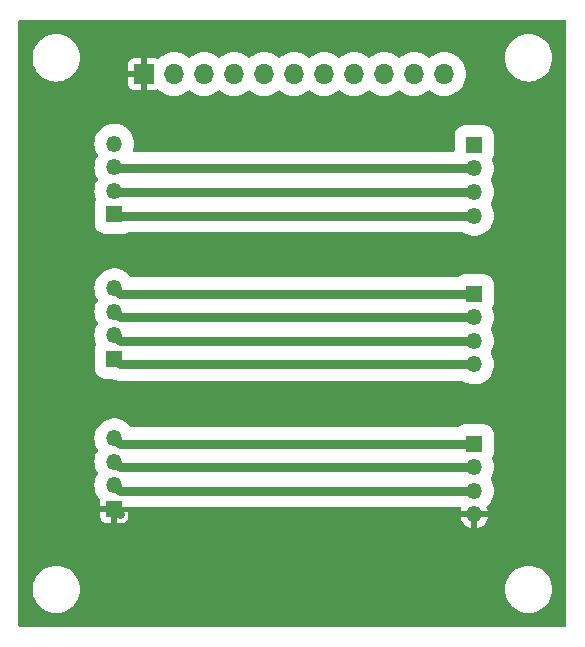
<source format=gtl>
G04 #@! TF.GenerationSoftware,KiCad,Pcbnew,(7.0.0-0)*
G04 #@! TF.CreationDate,2023-05-28T12:49:39+02:00*
G04 #@! TF.ProjectId,bms-breakout-board,626d732d-6272-4656-916b-6f75742d626f,rev?*
G04 #@! TF.SameCoordinates,Original*
G04 #@! TF.FileFunction,Copper,L1,Top*
G04 #@! TF.FilePolarity,Positive*
%FSLAX46Y46*%
G04 Gerber Fmt 4.6, Leading zero omitted, Abs format (unit mm)*
G04 Created by KiCad (PCBNEW (7.0.0-0)) date 2023-05-28 12:49:39*
%MOMM*%
%LPD*%
G01*
G04 APERTURE LIST*
G04 #@! TA.AperFunction,ComponentPad*
%ADD10R,1.350000X1.350000*%
G04 #@! TD*
G04 #@! TA.AperFunction,ComponentPad*
%ADD11O,1.350000X1.350000*%
G04 #@! TD*
G04 #@! TA.AperFunction,ComponentPad*
%ADD12O,1.700000X1.700000*%
G04 #@! TD*
G04 #@! TA.AperFunction,ComponentPad*
%ADD13R,1.700000X1.700000*%
G04 #@! TD*
G04 #@! TA.AperFunction,Conductor*
%ADD14C,0.760000*%
G04 #@! TD*
G04 APERTURE END LIST*
D10*
X88899999Y-108869999D03*
D11*
X88899999Y-110869999D03*
X88899999Y-112869999D03*
X88899999Y-114869999D03*
D10*
X88899999Y-121459999D03*
D11*
X88899999Y-123459999D03*
X88899999Y-125459999D03*
X88899999Y-127459999D03*
D12*
X86359999Y-102869999D03*
X83819999Y-102869999D03*
X81279999Y-102869999D03*
X78739999Y-102869999D03*
X76199999Y-102869999D03*
X73659999Y-102869999D03*
X71119999Y-102869999D03*
X68579999Y-102869999D03*
X66039999Y-102869999D03*
X63499999Y-102869999D03*
D13*
X60959999Y-102869999D03*
D10*
X58419999Y-139699999D03*
D11*
X58419999Y-137699999D03*
X58419999Y-135699999D03*
X58419999Y-133699999D03*
D10*
X58419999Y-126999999D03*
D11*
X58419999Y-124999999D03*
X58419999Y-122999999D03*
X58419999Y-120999999D03*
D10*
X58419999Y-114759999D03*
D11*
X58419999Y-112759999D03*
X58419999Y-110759999D03*
X58419999Y-108759999D03*
D10*
X88899999Y-134159999D03*
D11*
X88899999Y-136159999D03*
X88899999Y-138159999D03*
X88899999Y-140159999D03*
D14*
X58530000Y-110870000D02*
X58420000Y-110760000D01*
X88900000Y-110870000D02*
X58530000Y-110870000D01*
X88900000Y-112870000D02*
X58530000Y-112870000D01*
X58530000Y-112870000D02*
X58420000Y-112760000D01*
X88900000Y-114870000D02*
X58530000Y-114870000D01*
X58530000Y-114870000D02*
X58420000Y-114760000D01*
X58880000Y-121460000D02*
X58420000Y-121000000D01*
X88900000Y-121460000D02*
X58880000Y-121460000D01*
X58880000Y-123460000D02*
X58420000Y-123000000D01*
X88900000Y-123460000D02*
X58880000Y-123460000D01*
X88900000Y-125460000D02*
X58880000Y-125460000D01*
X58880000Y-125460000D02*
X58420000Y-125000000D01*
X88900000Y-127460000D02*
X58880000Y-127460000D01*
X58880000Y-127460000D02*
X58420000Y-127000000D01*
X58880000Y-134160000D02*
X58420000Y-133700000D01*
X88900000Y-134160000D02*
X58880000Y-134160000D01*
X88900000Y-136160000D02*
X58880000Y-136160000D01*
X58880000Y-136160000D02*
X58420000Y-135700000D01*
X58880000Y-138160000D02*
X58420000Y-137700000D01*
X88900000Y-138160000D02*
X58880000Y-138160000D01*
X58880000Y-140160000D02*
X58420000Y-139700000D01*
G04 #@! TA.AperFunction,Conductor*
G36*
X96637500Y-98317113D02*
G01*
X96682887Y-98362500D01*
X96699500Y-98424500D01*
X96699500Y-149575500D01*
X96682887Y-149637500D01*
X96637500Y-149682887D01*
X96575500Y-149699500D01*
X50424500Y-149699500D01*
X50362500Y-149682887D01*
X50317113Y-149637500D01*
X50300500Y-149575500D01*
X50300500Y-146500000D01*
X51494390Y-146500000D01*
X51494706Y-146504418D01*
X51514487Y-146781005D01*
X51514488Y-146781014D01*
X51514804Y-146785428D01*
X51515744Y-146789753D01*
X51515746Y-146789761D01*
X51551565Y-146954417D01*
X51575631Y-147065046D01*
X51577175Y-147069185D01*
X51577176Y-147069189D01*
X51613317Y-147166088D01*
X51675633Y-147333161D01*
X51677753Y-147337043D01*
X51677756Y-147337050D01*
X51782922Y-147529646D01*
X51812774Y-147584315D01*
X51984261Y-147813395D01*
X52186605Y-148015739D01*
X52415685Y-148187226D01*
X52666839Y-148324367D01*
X52934954Y-148424369D01*
X53214572Y-148485196D01*
X53500000Y-148505610D01*
X53785428Y-148485196D01*
X54065046Y-148424369D01*
X54333161Y-148324367D01*
X54584315Y-148187226D01*
X54813395Y-148015739D01*
X55015739Y-147813395D01*
X55187226Y-147584315D01*
X55324367Y-147333161D01*
X55424369Y-147065046D01*
X55485196Y-146785428D01*
X55505610Y-146500000D01*
X91494390Y-146500000D01*
X91494706Y-146504418D01*
X91514487Y-146781005D01*
X91514488Y-146781014D01*
X91514804Y-146785428D01*
X91515744Y-146789753D01*
X91515746Y-146789761D01*
X91551565Y-146954417D01*
X91575631Y-147065046D01*
X91577175Y-147069185D01*
X91577176Y-147069189D01*
X91613317Y-147166088D01*
X91675633Y-147333161D01*
X91677753Y-147337043D01*
X91677756Y-147337050D01*
X91782922Y-147529646D01*
X91812774Y-147584315D01*
X91984261Y-147813395D01*
X92186605Y-148015739D01*
X92415685Y-148187226D01*
X92666839Y-148324367D01*
X92934954Y-148424369D01*
X93214572Y-148485196D01*
X93500000Y-148505610D01*
X93785428Y-148485196D01*
X94065046Y-148424369D01*
X94333161Y-148324367D01*
X94584315Y-148187226D01*
X94813395Y-148015739D01*
X95015739Y-147813395D01*
X95187226Y-147584315D01*
X95324367Y-147333161D01*
X95424369Y-147065046D01*
X95485196Y-146785428D01*
X95505610Y-146500000D01*
X95485196Y-146214572D01*
X95424369Y-145934954D01*
X95324367Y-145666839D01*
X95187226Y-145415685D01*
X95015739Y-145186605D01*
X94813395Y-144984261D01*
X94584315Y-144812774D01*
X94580420Y-144810647D01*
X94337050Y-144677756D01*
X94337043Y-144677753D01*
X94333161Y-144675633D01*
X94329017Y-144674087D01*
X94329012Y-144674085D01*
X94069189Y-144577176D01*
X94069185Y-144577175D01*
X94065046Y-144575631D01*
X94035075Y-144569111D01*
X93789761Y-144515746D01*
X93789753Y-144515744D01*
X93785428Y-144514804D01*
X93781014Y-144514488D01*
X93781005Y-144514487D01*
X93504418Y-144494706D01*
X93500000Y-144494390D01*
X93495582Y-144494706D01*
X93218994Y-144514487D01*
X93218983Y-144514488D01*
X93214572Y-144514804D01*
X93210248Y-144515744D01*
X93210238Y-144515746D01*
X92939279Y-144574690D01*
X92939276Y-144574690D01*
X92934954Y-144575631D01*
X92930818Y-144577173D01*
X92930810Y-144577176D01*
X92670987Y-144674085D01*
X92670976Y-144674089D01*
X92666839Y-144675633D01*
X92662961Y-144677750D01*
X92662949Y-144677756D01*
X92419579Y-144810647D01*
X92419571Y-144810651D01*
X92415685Y-144812774D01*
X92412135Y-144815431D01*
X92412131Y-144815434D01*
X92190156Y-144981602D01*
X92190149Y-144981607D01*
X92186605Y-144984261D01*
X92183474Y-144987391D01*
X92183467Y-144987398D01*
X91987398Y-145183467D01*
X91987391Y-145183474D01*
X91984261Y-145186605D01*
X91981607Y-145190149D01*
X91981602Y-145190156D01*
X91960478Y-145218375D01*
X91812774Y-145415685D01*
X91810651Y-145419571D01*
X91810647Y-145419579D01*
X91677756Y-145662949D01*
X91677750Y-145662961D01*
X91675633Y-145666839D01*
X91674089Y-145670976D01*
X91674085Y-145670987D01*
X91577176Y-145930810D01*
X91577173Y-145930818D01*
X91575631Y-145934954D01*
X91574690Y-145939276D01*
X91574690Y-145939279D01*
X91515746Y-146210238D01*
X91515744Y-146210248D01*
X91514804Y-146214572D01*
X91514488Y-146218983D01*
X91514487Y-146218994D01*
X91495272Y-146487654D01*
X91494390Y-146500000D01*
X55505610Y-146500000D01*
X55485196Y-146214572D01*
X55424369Y-145934954D01*
X55324367Y-145666839D01*
X55187226Y-145415685D01*
X55015739Y-145186605D01*
X54813395Y-144984261D01*
X54584315Y-144812774D01*
X54580420Y-144810647D01*
X54337050Y-144677756D01*
X54337043Y-144677753D01*
X54333161Y-144675633D01*
X54329017Y-144674087D01*
X54329012Y-144674085D01*
X54069189Y-144577176D01*
X54069185Y-144577175D01*
X54065046Y-144575631D01*
X54035075Y-144569111D01*
X53789761Y-144515746D01*
X53789753Y-144515744D01*
X53785428Y-144514804D01*
X53781014Y-144514488D01*
X53781005Y-144514487D01*
X53504418Y-144494706D01*
X53500000Y-144494390D01*
X53495582Y-144494706D01*
X53218994Y-144514487D01*
X53218983Y-144514488D01*
X53214572Y-144514804D01*
X53210248Y-144515744D01*
X53210238Y-144515746D01*
X52939279Y-144574690D01*
X52939276Y-144574690D01*
X52934954Y-144575631D01*
X52930818Y-144577173D01*
X52930810Y-144577176D01*
X52670987Y-144674085D01*
X52670976Y-144674089D01*
X52666839Y-144675633D01*
X52662961Y-144677750D01*
X52662949Y-144677756D01*
X52419579Y-144810647D01*
X52419571Y-144810651D01*
X52415685Y-144812774D01*
X52412135Y-144815431D01*
X52412131Y-144815434D01*
X52190156Y-144981602D01*
X52190149Y-144981607D01*
X52186605Y-144984261D01*
X52183474Y-144987391D01*
X52183467Y-144987398D01*
X51987398Y-145183467D01*
X51987391Y-145183474D01*
X51984261Y-145186605D01*
X51981607Y-145190149D01*
X51981602Y-145190156D01*
X51960478Y-145218375D01*
X51812774Y-145415685D01*
X51810651Y-145419571D01*
X51810647Y-145419579D01*
X51677756Y-145662949D01*
X51677750Y-145662961D01*
X51675633Y-145666839D01*
X51674089Y-145670976D01*
X51674085Y-145670987D01*
X51577176Y-145930810D01*
X51577173Y-145930818D01*
X51575631Y-145934954D01*
X51574690Y-145939276D01*
X51574690Y-145939279D01*
X51515746Y-146210238D01*
X51515744Y-146210248D01*
X51514804Y-146214572D01*
X51514488Y-146218983D01*
X51514487Y-146218994D01*
X51495272Y-146487654D01*
X51494390Y-146500000D01*
X50300500Y-146500000D01*
X50300500Y-140419518D01*
X57245000Y-140419518D01*
X57245353Y-140426114D01*
X57250573Y-140474667D01*
X57254111Y-140489641D01*
X57298547Y-140608777D01*
X57306962Y-140624189D01*
X57382498Y-140725092D01*
X57394907Y-140737501D01*
X57495810Y-140813037D01*
X57511222Y-140821452D01*
X57630358Y-140865888D01*
X57645332Y-140869426D01*
X57693885Y-140874646D01*
X57700482Y-140875000D01*
X58153674Y-140875000D01*
X58166549Y-140871549D01*
X58170000Y-140858674D01*
X58670000Y-140858674D01*
X58673450Y-140871549D01*
X58686326Y-140875000D01*
X59139518Y-140875000D01*
X59146114Y-140874646D01*
X59194667Y-140869426D01*
X59209641Y-140865888D01*
X59328777Y-140821452D01*
X59344189Y-140813037D01*
X59445092Y-140737501D01*
X59457501Y-140725092D01*
X59533037Y-140624189D01*
X59541452Y-140608777D01*
X59585888Y-140489641D01*
X59589426Y-140474667D01*
X59594646Y-140426114D01*
X59595000Y-140419518D01*
X59595000Y-140412579D01*
X87752911Y-140412579D01*
X87753432Y-140423838D01*
X87798080Y-140580757D01*
X87802208Y-140591413D01*
X87894160Y-140776078D01*
X87900169Y-140785782D01*
X88024487Y-140950406D01*
X88032181Y-140958847D01*
X88184635Y-141097826D01*
X88193740Y-141104702D01*
X88369140Y-141213305D01*
X88379362Y-141218395D01*
X88571714Y-141292913D01*
X88582708Y-141296041D01*
X88636570Y-141306109D01*
X88647598Y-141305727D01*
X88650000Y-141294960D01*
X89150000Y-141294960D01*
X89152401Y-141305727D01*
X89163429Y-141306109D01*
X89217291Y-141296041D01*
X89228285Y-141292913D01*
X89420637Y-141218395D01*
X89430859Y-141213305D01*
X89606259Y-141104702D01*
X89615364Y-141097826D01*
X89767818Y-140958847D01*
X89775512Y-140950406D01*
X89899830Y-140785782D01*
X89905839Y-140776078D01*
X89997791Y-140591413D01*
X90001919Y-140580757D01*
X90046567Y-140423838D01*
X90047088Y-140412579D01*
X90036120Y-140410000D01*
X89166326Y-140410000D01*
X89153450Y-140413450D01*
X89150000Y-140426326D01*
X89150000Y-141294960D01*
X88650000Y-141294960D01*
X88650000Y-140426326D01*
X88646549Y-140413450D01*
X88633674Y-140410000D01*
X87763880Y-140410000D01*
X87752911Y-140412579D01*
X59595000Y-140412579D01*
X59595000Y-139966326D01*
X59591549Y-139953450D01*
X59578674Y-139950000D01*
X58686326Y-139950000D01*
X58673450Y-139953450D01*
X58670000Y-139966326D01*
X58670000Y-140858674D01*
X58170000Y-140858674D01*
X58170000Y-139966326D01*
X58166549Y-139953450D01*
X58153674Y-139950000D01*
X57261326Y-139950000D01*
X57248450Y-139953450D01*
X57245000Y-139966326D01*
X57245000Y-140419518D01*
X50300500Y-140419518D01*
X50300500Y-137700000D01*
X56739802Y-137700000D01*
X56740149Y-137704631D01*
X56755168Y-137905059D01*
X56758568Y-137950421D01*
X56814448Y-138195247D01*
X56816143Y-138199565D01*
X56816144Y-138199569D01*
X56904496Y-138424686D01*
X56904499Y-138424692D01*
X56906194Y-138429011D01*
X56908512Y-138433026D01*
X56908515Y-138433032D01*
X56979404Y-138555814D01*
X57031755Y-138646489D01*
X57042186Y-138659569D01*
X57185434Y-138839197D01*
X57185439Y-138839202D01*
X57188328Y-138842825D01*
X57207395Y-138860516D01*
X57239198Y-138907981D01*
X57246344Y-138964669D01*
X57245353Y-138973883D01*
X57245000Y-138980482D01*
X57245000Y-139433674D01*
X57248450Y-139446549D01*
X57261326Y-139450000D01*
X58365755Y-139450000D01*
X58409536Y-139457986D01*
X58502507Y-139493073D01*
X58507878Y-139494111D01*
X58507920Y-139494120D01*
X58525688Y-139498948D01*
X58530887Y-139500785D01*
X58631017Y-139517953D01*
X58633481Y-139518403D01*
X58733226Y-139537695D01*
X58738723Y-139537811D01*
X58757065Y-139539567D01*
X58762502Y-139540500D01*
X58864034Y-139540500D01*
X58866665Y-139540527D01*
X58968170Y-139542683D01*
X58973520Y-139541882D01*
X58973629Y-139541866D01*
X58991986Y-139540500D01*
X87695598Y-139540500D01*
X87755937Y-139556171D01*
X87801025Y-139599223D01*
X87819466Y-139658774D01*
X87806598Y-139719773D01*
X87802206Y-139728591D01*
X87798080Y-139739242D01*
X87753432Y-139896161D01*
X87752911Y-139907420D01*
X87763880Y-139910000D01*
X90036120Y-139910000D01*
X90047088Y-139907420D01*
X90046567Y-139896161D01*
X90001919Y-139739242D01*
X89997791Y-139728586D01*
X89936450Y-139605397D01*
X89923521Y-139554307D01*
X89932976Y-139502462D01*
X89963103Y-139459233D01*
X90131672Y-139302825D01*
X90288245Y-139106489D01*
X90413806Y-138889011D01*
X90505552Y-138655247D01*
X90561432Y-138410421D01*
X90580198Y-138160000D01*
X90561432Y-137909579D01*
X90505552Y-137664753D01*
X90413806Y-137430989D01*
X90293145Y-137221999D01*
X90276533Y-137160000D01*
X90293146Y-137098000D01*
X90413806Y-136889011D01*
X90505552Y-136655247D01*
X90561432Y-136410421D01*
X90580198Y-136160000D01*
X90561432Y-135909579D01*
X90505552Y-135664753D01*
X90425295Y-135460264D01*
X90416903Y-135408309D01*
X90430814Y-135357554D01*
X90508909Y-135208049D01*
X90564886Y-135012418D01*
X90575500Y-134893037D01*
X90575499Y-133426964D01*
X90564886Y-133307582D01*
X90508909Y-133111951D01*
X90414698Y-132931593D01*
X90286109Y-132773891D01*
X90128407Y-132645302D01*
X90122833Y-132642390D01*
X90122831Y-132642389D01*
X90038227Y-132598196D01*
X89948049Y-132551091D01*
X89942004Y-132549361D01*
X89942001Y-132549360D01*
X89758080Y-132496734D01*
X89758079Y-132496733D01*
X89752418Y-132495114D01*
X89746552Y-132494592D01*
X89746550Y-132494592D01*
X89635767Y-132484742D01*
X89635750Y-132484741D01*
X89633037Y-132484500D01*
X89630293Y-132484500D01*
X88169707Y-132484500D01*
X88169684Y-132484500D01*
X88166964Y-132484501D01*
X88164251Y-132484742D01*
X88164232Y-132484743D01*
X88053448Y-132494592D01*
X88053442Y-132494592D01*
X88047582Y-132495114D01*
X88041930Y-132496730D01*
X88041920Y-132496733D01*
X87857998Y-132549360D01*
X87857991Y-132549362D01*
X87851951Y-132551091D01*
X87846375Y-132554003D01*
X87846374Y-132554004D01*
X87677168Y-132642389D01*
X87677161Y-132642393D01*
X87671593Y-132645302D01*
X87666724Y-132649271D01*
X87666718Y-132649276D01*
X87541226Y-132751602D01*
X87504454Y-132772317D01*
X87462865Y-132779500D01*
X59888686Y-132779500D01*
X59834884Y-132767220D01*
X59791739Y-132732813D01*
X59654564Y-132560802D01*
X59651672Y-132557175D01*
X59467586Y-132386368D01*
X59463757Y-132383757D01*
X59463754Y-132383755D01*
X59357693Y-132311444D01*
X59260099Y-132244906D01*
X59255913Y-132242890D01*
X59038024Y-132137960D01*
X59038018Y-132137957D01*
X59033845Y-132135948D01*
X59029423Y-132134584D01*
X59029413Y-132134580D01*
X58798309Y-132063294D01*
X58798303Y-132063292D01*
X58793879Y-132061928D01*
X58789302Y-132061238D01*
X58789293Y-132061236D01*
X58550146Y-132025191D01*
X58550144Y-132025190D01*
X58545561Y-132024500D01*
X58294439Y-132024500D01*
X58289856Y-132025190D01*
X58289853Y-132025191D01*
X58050706Y-132061236D01*
X58050694Y-132061238D01*
X58046121Y-132061928D01*
X58041699Y-132063291D01*
X58041690Y-132063294D01*
X57810586Y-132134580D01*
X57810571Y-132134585D01*
X57806155Y-132135948D01*
X57801985Y-132137955D01*
X57801975Y-132137960D01*
X57584086Y-132242890D01*
X57584079Y-132242893D01*
X57579901Y-132244906D01*
X57576068Y-132247519D01*
X57576065Y-132247521D01*
X57376245Y-132383755D01*
X57376235Y-132383762D01*
X57372414Y-132386368D01*
X57369018Y-132389518D01*
X57369008Y-132389527D01*
X57191732Y-132554016D01*
X57191728Y-132554019D01*
X57188328Y-132557175D01*
X57185438Y-132560797D01*
X57185435Y-132560802D01*
X57048261Y-132732813D01*
X57031755Y-132753511D01*
X57029436Y-132757527D01*
X57029435Y-132757529D01*
X56908515Y-132966967D01*
X56908509Y-132966978D01*
X56906194Y-132970989D01*
X56904501Y-132975302D01*
X56904496Y-132975313D01*
X56816144Y-133200430D01*
X56816141Y-133200437D01*
X56814448Y-133204753D01*
X56813416Y-133209271D01*
X56813415Y-133209277D01*
X56759599Y-133445059D01*
X56759597Y-133445067D01*
X56758568Y-133449579D01*
X56739802Y-133700000D01*
X56758568Y-133950421D01*
X56814448Y-134195247D01*
X56816143Y-134199565D01*
X56816144Y-134199569D01*
X56904496Y-134424686D01*
X56904499Y-134424692D01*
X56906194Y-134429011D01*
X56908512Y-134433026D01*
X56908515Y-134433032D01*
X57026853Y-134638000D01*
X57043466Y-134700000D01*
X57026853Y-134762000D01*
X56908515Y-134966967D01*
X56908509Y-134966978D01*
X56906194Y-134970989D01*
X56904501Y-134975302D01*
X56904496Y-134975313D01*
X56816144Y-135200430D01*
X56816141Y-135200437D01*
X56814448Y-135204753D01*
X56813416Y-135209271D01*
X56813415Y-135209277D01*
X56759599Y-135445059D01*
X56759597Y-135445067D01*
X56758568Y-135449579D01*
X56739802Y-135700000D01*
X56740149Y-135704631D01*
X56755168Y-135905059D01*
X56758568Y-135950421D01*
X56814448Y-136195247D01*
X56816143Y-136199565D01*
X56816144Y-136199569D01*
X56904496Y-136424686D01*
X56904499Y-136424692D01*
X56906194Y-136429011D01*
X56908512Y-136433026D01*
X56908515Y-136433032D01*
X57026853Y-136637999D01*
X57043466Y-136699999D01*
X57026853Y-136761998D01*
X56908518Y-136966961D01*
X56908510Y-136966977D01*
X56906194Y-136970989D01*
X56904501Y-136975302D01*
X56904496Y-136975313D01*
X56816144Y-137200430D01*
X56816141Y-137200437D01*
X56814448Y-137204753D01*
X56813416Y-137209271D01*
X56813415Y-137209277D01*
X56759599Y-137445059D01*
X56759597Y-137445067D01*
X56758568Y-137449579D01*
X56739802Y-137700000D01*
X50300500Y-137700000D01*
X50300500Y-125000000D01*
X56739802Y-125000000D01*
X56740149Y-125004631D01*
X56755168Y-125205059D01*
X56758568Y-125250421D01*
X56814448Y-125495247D01*
X56816143Y-125499565D01*
X56816144Y-125499569D01*
X56894703Y-125699734D01*
X56903096Y-125751690D01*
X56889184Y-125802447D01*
X56814004Y-125946373D01*
X56814001Y-125946378D01*
X56811091Y-125951951D01*
X56809362Y-125957991D01*
X56809360Y-125957998D01*
X56756734Y-126141919D01*
X56755114Y-126147582D01*
X56754592Y-126153445D01*
X56754592Y-126153449D01*
X56744742Y-126264232D01*
X56744741Y-126264250D01*
X56744500Y-126266963D01*
X56744500Y-126269705D01*
X56744500Y-126269706D01*
X56744500Y-127730292D01*
X56744500Y-127730314D01*
X56744501Y-127733036D01*
X56744742Y-127735749D01*
X56744743Y-127735767D01*
X56754592Y-127846551D01*
X56755114Y-127852418D01*
X56756731Y-127858070D01*
X56756733Y-127858079D01*
X56809360Y-128042001D01*
X56811091Y-128048049D01*
X56814004Y-128053625D01*
X56886823Y-128193032D01*
X56905302Y-128228407D01*
X57033891Y-128386109D01*
X57191593Y-128514698D01*
X57371951Y-128608909D01*
X57567582Y-128664886D01*
X57686963Y-128675500D01*
X58189985Y-128675499D01*
X58252743Y-128692553D01*
X58282646Y-128710101D01*
X58287801Y-128712046D01*
X58304501Y-128719809D01*
X58309315Y-128722499D01*
X58405088Y-128756337D01*
X58407473Y-128757208D01*
X58502507Y-128793073D01*
X58507878Y-128794111D01*
X58507920Y-128794120D01*
X58525688Y-128798948D01*
X58530887Y-128800785D01*
X58631017Y-128817953D01*
X58633481Y-128818403D01*
X58733226Y-128837695D01*
X58738723Y-128837811D01*
X58757065Y-128839567D01*
X58762502Y-128840500D01*
X58864034Y-128840500D01*
X58866665Y-128840527D01*
X58968170Y-128842683D01*
X58973520Y-128841882D01*
X58973629Y-128841866D01*
X58991986Y-128840500D01*
X87912242Y-128840500D01*
X87948792Y-128846009D01*
X87982094Y-128862046D01*
X88059901Y-128915094D01*
X88286155Y-129024052D01*
X88290583Y-129025418D01*
X88290586Y-129025419D01*
X88406138Y-129061062D01*
X88526121Y-129098072D01*
X88774439Y-129135500D01*
X89020924Y-129135500D01*
X89025561Y-129135500D01*
X89273879Y-129098072D01*
X89513845Y-129024052D01*
X89740099Y-128915094D01*
X89947586Y-128773632D01*
X90131672Y-128602825D01*
X90288245Y-128406489D01*
X90413806Y-128189011D01*
X90505552Y-127955247D01*
X90561432Y-127710421D01*
X90580198Y-127460000D01*
X90561432Y-127209579D01*
X90505552Y-126964753D01*
X90413806Y-126730989D01*
X90293145Y-126521999D01*
X90276533Y-126460000D01*
X90293146Y-126398000D01*
X90413806Y-126189011D01*
X90505552Y-125955247D01*
X90561432Y-125710421D01*
X90580198Y-125460000D01*
X90561432Y-125209579D01*
X90505552Y-124964753D01*
X90413806Y-124730989D01*
X90293145Y-124521999D01*
X90276533Y-124460000D01*
X90293146Y-124398000D01*
X90413806Y-124189011D01*
X90505552Y-123955247D01*
X90561432Y-123710421D01*
X90580198Y-123460000D01*
X90561432Y-123209579D01*
X90505552Y-122964753D01*
X90425295Y-122760264D01*
X90416903Y-122708309D01*
X90430814Y-122657554D01*
X90508909Y-122508049D01*
X90564886Y-122312418D01*
X90575500Y-122193037D01*
X90575499Y-120726964D01*
X90564886Y-120607582D01*
X90508909Y-120411951D01*
X90414698Y-120231593D01*
X90286109Y-120073891D01*
X90128407Y-119945302D01*
X90122833Y-119942390D01*
X90122831Y-119942389D01*
X90038228Y-119898196D01*
X89948049Y-119851091D01*
X89942004Y-119849361D01*
X89942001Y-119849360D01*
X89758080Y-119796734D01*
X89758079Y-119796733D01*
X89752418Y-119795114D01*
X89746552Y-119794592D01*
X89746550Y-119794592D01*
X89635767Y-119784742D01*
X89635750Y-119784741D01*
X89633037Y-119784500D01*
X89630293Y-119784500D01*
X88169707Y-119784500D01*
X88169684Y-119784500D01*
X88166964Y-119784501D01*
X88164251Y-119784742D01*
X88164232Y-119784743D01*
X88053448Y-119794592D01*
X88053442Y-119794592D01*
X88047582Y-119795114D01*
X88041930Y-119796730D01*
X88041920Y-119796733D01*
X87857998Y-119849360D01*
X87857991Y-119849362D01*
X87851951Y-119851091D01*
X87846375Y-119854003D01*
X87846374Y-119854004D01*
X87677168Y-119942389D01*
X87677161Y-119942393D01*
X87671593Y-119945302D01*
X87666724Y-119949271D01*
X87666718Y-119949276D01*
X87541226Y-120051602D01*
X87504454Y-120072317D01*
X87462865Y-120079500D01*
X59888686Y-120079500D01*
X59834884Y-120067220D01*
X59791739Y-120032813D01*
X59654564Y-119860802D01*
X59651672Y-119857175D01*
X59467586Y-119686368D01*
X59463757Y-119683757D01*
X59463754Y-119683755D01*
X59357693Y-119611444D01*
X59260099Y-119544906D01*
X59255913Y-119542890D01*
X59038024Y-119437960D01*
X59038018Y-119437957D01*
X59033845Y-119435948D01*
X59029423Y-119434584D01*
X59029413Y-119434580D01*
X58798309Y-119363294D01*
X58798303Y-119363292D01*
X58793879Y-119361928D01*
X58789302Y-119361238D01*
X58789293Y-119361236D01*
X58550146Y-119325191D01*
X58550144Y-119325190D01*
X58545561Y-119324500D01*
X58294439Y-119324500D01*
X58289856Y-119325190D01*
X58289853Y-119325191D01*
X58050706Y-119361236D01*
X58050694Y-119361238D01*
X58046121Y-119361928D01*
X58041699Y-119363291D01*
X58041690Y-119363294D01*
X57810586Y-119434580D01*
X57810571Y-119434585D01*
X57806155Y-119435948D01*
X57801985Y-119437955D01*
X57801975Y-119437960D01*
X57584086Y-119542890D01*
X57584079Y-119542893D01*
X57579901Y-119544906D01*
X57576068Y-119547519D01*
X57576065Y-119547521D01*
X57376245Y-119683755D01*
X57376235Y-119683762D01*
X57372414Y-119686368D01*
X57369018Y-119689518D01*
X57369008Y-119689527D01*
X57191732Y-119854016D01*
X57191728Y-119854019D01*
X57188328Y-119857175D01*
X57185438Y-119860797D01*
X57185435Y-119860802D01*
X57048261Y-120032813D01*
X57031755Y-120053511D01*
X57029436Y-120057527D01*
X57029435Y-120057529D01*
X56908515Y-120266967D01*
X56908509Y-120266978D01*
X56906194Y-120270989D01*
X56904501Y-120275302D01*
X56904496Y-120275313D01*
X56816144Y-120500430D01*
X56816141Y-120500437D01*
X56814448Y-120504753D01*
X56813416Y-120509271D01*
X56813415Y-120509277D01*
X56759599Y-120745059D01*
X56759597Y-120745067D01*
X56758568Y-120749579D01*
X56739802Y-121000000D01*
X56758568Y-121250421D01*
X56814448Y-121495247D01*
X56816143Y-121499565D01*
X56816144Y-121499569D01*
X56904496Y-121724686D01*
X56904499Y-121724692D01*
X56906194Y-121729011D01*
X56908512Y-121733026D01*
X56908515Y-121733032D01*
X57026853Y-121938000D01*
X57043466Y-122000000D01*
X57026853Y-122062000D01*
X56908515Y-122266967D01*
X56908509Y-122266978D01*
X56906194Y-122270989D01*
X56904501Y-122275302D01*
X56904496Y-122275313D01*
X56816144Y-122500430D01*
X56816141Y-122500437D01*
X56814448Y-122504753D01*
X56813416Y-122509271D01*
X56813415Y-122509277D01*
X56759599Y-122745059D01*
X56759597Y-122745067D01*
X56758568Y-122749579D01*
X56739802Y-123000000D01*
X56740149Y-123004631D01*
X56755168Y-123205059D01*
X56758568Y-123250421D01*
X56814448Y-123495247D01*
X56816143Y-123499565D01*
X56816144Y-123499569D01*
X56904496Y-123724686D01*
X56904499Y-123724692D01*
X56906194Y-123729011D01*
X56908512Y-123733026D01*
X56908515Y-123733032D01*
X57026853Y-123938000D01*
X57043466Y-124000000D01*
X57026853Y-124062000D01*
X56908515Y-124266967D01*
X56908509Y-124266978D01*
X56906194Y-124270989D01*
X56904501Y-124275302D01*
X56904496Y-124275313D01*
X56816144Y-124500430D01*
X56816141Y-124500437D01*
X56814448Y-124504753D01*
X56813416Y-124509271D01*
X56813415Y-124509277D01*
X56759599Y-124745059D01*
X56759597Y-124745067D01*
X56758568Y-124749579D01*
X56739802Y-125000000D01*
X50300500Y-125000000D01*
X50300500Y-112760000D01*
X56739802Y-112760000D01*
X56758568Y-113010421D01*
X56759598Y-113014934D01*
X56759599Y-113014940D01*
X56784706Y-113124940D01*
X56814448Y-113255247D01*
X56816143Y-113259565D01*
X56816144Y-113259569D01*
X56894703Y-113459734D01*
X56903096Y-113511690D01*
X56889184Y-113562447D01*
X56814004Y-113706373D01*
X56814001Y-113706378D01*
X56811091Y-113711951D01*
X56809362Y-113717991D01*
X56809360Y-113717998D01*
X56756734Y-113901919D01*
X56755114Y-113907582D01*
X56754592Y-113913445D01*
X56754592Y-113913449D01*
X56744742Y-114024232D01*
X56744741Y-114024250D01*
X56744500Y-114026963D01*
X56744500Y-114029705D01*
X56744500Y-114029706D01*
X56744500Y-115490292D01*
X56744500Y-115490314D01*
X56744501Y-115493036D01*
X56744742Y-115495749D01*
X56744743Y-115495767D01*
X56754592Y-115606551D01*
X56755114Y-115612418D01*
X56756731Y-115618070D01*
X56756733Y-115618079D01*
X56809360Y-115802001D01*
X56811091Y-115808049D01*
X56905302Y-115988407D01*
X57033891Y-116146109D01*
X57191593Y-116274698D01*
X57371951Y-116368909D01*
X57567582Y-116424886D01*
X57686963Y-116435500D01*
X59153036Y-116435499D01*
X59272418Y-116424886D01*
X59468049Y-116368909D01*
X59648407Y-116274698D01*
X59653079Y-116270887D01*
X59685535Y-116255726D01*
X59721154Y-116250500D01*
X87912242Y-116250500D01*
X87948792Y-116256009D01*
X87982094Y-116272046D01*
X88059901Y-116325094D01*
X88286155Y-116434052D01*
X88290583Y-116435418D01*
X88290586Y-116435419D01*
X88290849Y-116435500D01*
X88526121Y-116508072D01*
X88774439Y-116545500D01*
X89020924Y-116545500D01*
X89025561Y-116545500D01*
X89273879Y-116508072D01*
X89513845Y-116434052D01*
X89740099Y-116325094D01*
X89947586Y-116183632D01*
X90131672Y-116012825D01*
X90288245Y-115816489D01*
X90413806Y-115599011D01*
X90505552Y-115365247D01*
X90561432Y-115120421D01*
X90580198Y-114870000D01*
X90561432Y-114619579D01*
X90505552Y-114374753D01*
X90413806Y-114140989D01*
X90293145Y-113931999D01*
X90276533Y-113870000D01*
X90293146Y-113808000D01*
X90348600Y-113711951D01*
X90413806Y-113599011D01*
X90505552Y-113365247D01*
X90561432Y-113120421D01*
X90580198Y-112870000D01*
X90561432Y-112619579D01*
X90505552Y-112374753D01*
X90413806Y-112140989D01*
X90293145Y-111931999D01*
X90276533Y-111870000D01*
X90293146Y-111808000D01*
X90320859Y-111760000D01*
X90413806Y-111599011D01*
X90505552Y-111365247D01*
X90561432Y-111120421D01*
X90580198Y-110870000D01*
X90561432Y-110619579D01*
X90505552Y-110374753D01*
X90425295Y-110170264D01*
X90416903Y-110118309D01*
X90430814Y-110067554D01*
X90508909Y-109918049D01*
X90564886Y-109722418D01*
X90575500Y-109603037D01*
X90575499Y-108136964D01*
X90564886Y-108017582D01*
X90508909Y-107821951D01*
X90414698Y-107641593D01*
X90286109Y-107483891D01*
X90128407Y-107355302D01*
X90122833Y-107352390D01*
X90122831Y-107352389D01*
X90028069Y-107302890D01*
X89948049Y-107261091D01*
X89942004Y-107259361D01*
X89942001Y-107259360D01*
X89758080Y-107206734D01*
X89758079Y-107206733D01*
X89752418Y-107205114D01*
X89746552Y-107204592D01*
X89746550Y-107204592D01*
X89635767Y-107194742D01*
X89635750Y-107194741D01*
X89633037Y-107194500D01*
X89630293Y-107194500D01*
X88169707Y-107194500D01*
X88169684Y-107194500D01*
X88166964Y-107194501D01*
X88164251Y-107194742D01*
X88164232Y-107194743D01*
X88053448Y-107204592D01*
X88053442Y-107204592D01*
X88047582Y-107205114D01*
X88041930Y-107206730D01*
X88041920Y-107206733D01*
X87857998Y-107259360D01*
X87857991Y-107259362D01*
X87851951Y-107261091D01*
X87846375Y-107264003D01*
X87846374Y-107264004D01*
X87677168Y-107352389D01*
X87677161Y-107352393D01*
X87671593Y-107355302D01*
X87666724Y-107359271D01*
X87666718Y-107359276D01*
X87518760Y-107479920D01*
X87518755Y-107479924D01*
X87513891Y-107483891D01*
X87509924Y-107488755D01*
X87509920Y-107488760D01*
X87389276Y-107636718D01*
X87389271Y-107636724D01*
X87385302Y-107641593D01*
X87382393Y-107647161D01*
X87382389Y-107647168D01*
X87294004Y-107816374D01*
X87291091Y-107821951D01*
X87289362Y-107827991D01*
X87289360Y-107827998D01*
X87236734Y-108011919D01*
X87235114Y-108017582D01*
X87234592Y-108023445D01*
X87234592Y-108023449D01*
X87224742Y-108134232D01*
X87224741Y-108134250D01*
X87224500Y-108136963D01*
X87224500Y-108764631D01*
X87224501Y-109365500D01*
X87207888Y-109427500D01*
X87162501Y-109472887D01*
X87100501Y-109489500D01*
X60115489Y-109489500D01*
X60057548Y-109475130D01*
X60013036Y-109435352D01*
X59992269Y-109379384D01*
X60000059Y-109320199D01*
X60025552Y-109255247D01*
X60081432Y-109010421D01*
X60100198Y-108760000D01*
X60081432Y-108509579D01*
X60025552Y-108264753D01*
X59933806Y-108030989D01*
X59926065Y-108017582D01*
X59917580Y-108002885D01*
X59808245Y-107813511D01*
X59651672Y-107617175D01*
X59508026Y-107483891D01*
X59470991Y-107449527D01*
X59470988Y-107449524D01*
X59467586Y-107446368D01*
X59463757Y-107443757D01*
X59463754Y-107443755D01*
X59329744Y-107352389D01*
X59260099Y-107304906D01*
X59255913Y-107302890D01*
X59038024Y-107197960D01*
X59038018Y-107197957D01*
X59033845Y-107195948D01*
X59029423Y-107194584D01*
X59029413Y-107194580D01*
X58798309Y-107123294D01*
X58798303Y-107123292D01*
X58793879Y-107121928D01*
X58789302Y-107121238D01*
X58789293Y-107121236D01*
X58550146Y-107085191D01*
X58550144Y-107085190D01*
X58545561Y-107084500D01*
X58294439Y-107084500D01*
X58289856Y-107085190D01*
X58289853Y-107085191D01*
X58050706Y-107121236D01*
X58050694Y-107121238D01*
X58046121Y-107121928D01*
X58041699Y-107123291D01*
X58041690Y-107123294D01*
X57810586Y-107194580D01*
X57810571Y-107194585D01*
X57806155Y-107195948D01*
X57801985Y-107197955D01*
X57801975Y-107197960D01*
X57584086Y-107302890D01*
X57584079Y-107302893D01*
X57579901Y-107304906D01*
X57576068Y-107307519D01*
X57576065Y-107307521D01*
X57376245Y-107443755D01*
X57376235Y-107443762D01*
X57372414Y-107446368D01*
X57369018Y-107449518D01*
X57369008Y-107449527D01*
X57191732Y-107614016D01*
X57191728Y-107614019D01*
X57188328Y-107617175D01*
X57185438Y-107620797D01*
X57185435Y-107620802D01*
X57168855Y-107641593D01*
X57031755Y-107813511D01*
X57029436Y-107817527D01*
X57029435Y-107817529D01*
X56908515Y-108026967D01*
X56908509Y-108026978D01*
X56906194Y-108030989D01*
X56904501Y-108035302D01*
X56904496Y-108035313D01*
X56816144Y-108260430D01*
X56816141Y-108260437D01*
X56814448Y-108264753D01*
X56813416Y-108269271D01*
X56813415Y-108269277D01*
X56759599Y-108505059D01*
X56759597Y-108505067D01*
X56758568Y-108509579D01*
X56739802Y-108760000D01*
X56758568Y-109010421D01*
X56814448Y-109255247D01*
X56816143Y-109259565D01*
X56816144Y-109259569D01*
X56904496Y-109484686D01*
X56904499Y-109484692D01*
X56906194Y-109489011D01*
X56908512Y-109493026D01*
X56908515Y-109493032D01*
X57026853Y-109698000D01*
X57043466Y-109760000D01*
X57026853Y-109822000D01*
X56908515Y-110026967D01*
X56908509Y-110026978D01*
X56906194Y-110030989D01*
X56904501Y-110035302D01*
X56904496Y-110035313D01*
X56816144Y-110260430D01*
X56816141Y-110260437D01*
X56814448Y-110264753D01*
X56813416Y-110269271D01*
X56813415Y-110269277D01*
X56759599Y-110505059D01*
X56759597Y-110505067D01*
X56758568Y-110509579D01*
X56758221Y-110514198D01*
X56758221Y-110514204D01*
X56750325Y-110619579D01*
X56739802Y-110760000D01*
X56758568Y-111010421D01*
X56759598Y-111014934D01*
X56759599Y-111014940D01*
X56784706Y-111124940D01*
X56814448Y-111255247D01*
X56816143Y-111259565D01*
X56816144Y-111259569D01*
X56904496Y-111484686D01*
X56904499Y-111484692D01*
X56906194Y-111489011D01*
X56908512Y-111493026D01*
X56908515Y-111493032D01*
X57026853Y-111698000D01*
X57043466Y-111760000D01*
X57026853Y-111822000D01*
X56908515Y-112026967D01*
X56908509Y-112026978D01*
X56906194Y-112030989D01*
X56904501Y-112035302D01*
X56904496Y-112035313D01*
X56816144Y-112260430D01*
X56816141Y-112260437D01*
X56814448Y-112264753D01*
X56813416Y-112269271D01*
X56813415Y-112269277D01*
X56759599Y-112505059D01*
X56759597Y-112505067D01*
X56758568Y-112509579D01*
X56758221Y-112514198D01*
X56758221Y-112514204D01*
X56750325Y-112619579D01*
X56739802Y-112760000D01*
X50300500Y-112760000D01*
X50300500Y-103764518D01*
X59610000Y-103764518D01*
X59610353Y-103771114D01*
X59615573Y-103819667D01*
X59619111Y-103834641D01*
X59663547Y-103953777D01*
X59671962Y-103969189D01*
X59747498Y-104070092D01*
X59759907Y-104082501D01*
X59860810Y-104158037D01*
X59876222Y-104166452D01*
X59995358Y-104210888D01*
X60010332Y-104214426D01*
X60058885Y-104219646D01*
X60065482Y-104220000D01*
X60693674Y-104220000D01*
X60706549Y-104216549D01*
X60710000Y-104203674D01*
X61210000Y-104203674D01*
X61213450Y-104216549D01*
X61226326Y-104220000D01*
X61854518Y-104220000D01*
X61861114Y-104219646D01*
X61909667Y-104214426D01*
X61924641Y-104210888D01*
X62043778Y-104166452D01*
X62050057Y-104163024D01*
X62100639Y-104148169D01*
X62152821Y-104155671D01*
X62197170Y-104184172D01*
X62285085Y-104272087D01*
X62496989Y-104430716D01*
X62729311Y-104557574D01*
X62977322Y-104650077D01*
X63235974Y-104706343D01*
X63500000Y-104725227D01*
X63764026Y-104706343D01*
X64022678Y-104650077D01*
X64270689Y-104557574D01*
X64503011Y-104430716D01*
X64695693Y-104286475D01*
X64743642Y-104264579D01*
X64796358Y-104264579D01*
X64844306Y-104286475D01*
X65036989Y-104430716D01*
X65269311Y-104557574D01*
X65517322Y-104650077D01*
X65775974Y-104706343D01*
X66040000Y-104725227D01*
X66304026Y-104706343D01*
X66562678Y-104650077D01*
X66810689Y-104557574D01*
X67043011Y-104430716D01*
X67235693Y-104286475D01*
X67283642Y-104264579D01*
X67336358Y-104264579D01*
X67384306Y-104286475D01*
X67576989Y-104430716D01*
X67809311Y-104557574D01*
X68057322Y-104650077D01*
X68315974Y-104706343D01*
X68580000Y-104725227D01*
X68844026Y-104706343D01*
X69102678Y-104650077D01*
X69350689Y-104557574D01*
X69583011Y-104430716D01*
X69775693Y-104286475D01*
X69823642Y-104264579D01*
X69876358Y-104264579D01*
X69924306Y-104286475D01*
X70116989Y-104430716D01*
X70349311Y-104557574D01*
X70597322Y-104650077D01*
X70855974Y-104706343D01*
X71120000Y-104725227D01*
X71384026Y-104706343D01*
X71642678Y-104650077D01*
X71890689Y-104557574D01*
X72123011Y-104430716D01*
X72315693Y-104286475D01*
X72363642Y-104264579D01*
X72416358Y-104264579D01*
X72464306Y-104286475D01*
X72656989Y-104430716D01*
X72889311Y-104557574D01*
X73137322Y-104650077D01*
X73395974Y-104706343D01*
X73660000Y-104725227D01*
X73924026Y-104706343D01*
X74182678Y-104650077D01*
X74430689Y-104557574D01*
X74663011Y-104430716D01*
X74855693Y-104286475D01*
X74903642Y-104264579D01*
X74956358Y-104264579D01*
X75004306Y-104286475D01*
X75196989Y-104430716D01*
X75429311Y-104557574D01*
X75677322Y-104650077D01*
X75935974Y-104706343D01*
X76200000Y-104725227D01*
X76464026Y-104706343D01*
X76722678Y-104650077D01*
X76970689Y-104557574D01*
X77203011Y-104430716D01*
X77395693Y-104286475D01*
X77443642Y-104264579D01*
X77496358Y-104264579D01*
X77544306Y-104286475D01*
X77736989Y-104430716D01*
X77969311Y-104557574D01*
X78217322Y-104650077D01*
X78475974Y-104706343D01*
X78740000Y-104725227D01*
X79004026Y-104706343D01*
X79262678Y-104650077D01*
X79510689Y-104557574D01*
X79743011Y-104430716D01*
X79935693Y-104286475D01*
X79983642Y-104264579D01*
X80036358Y-104264579D01*
X80084306Y-104286475D01*
X80276989Y-104430716D01*
X80509311Y-104557574D01*
X80757322Y-104650077D01*
X81015974Y-104706343D01*
X81280000Y-104725227D01*
X81544026Y-104706343D01*
X81802678Y-104650077D01*
X82050689Y-104557574D01*
X82283011Y-104430716D01*
X82475693Y-104286475D01*
X82523642Y-104264579D01*
X82576358Y-104264579D01*
X82624306Y-104286475D01*
X82816989Y-104430716D01*
X83049311Y-104557574D01*
X83297322Y-104650077D01*
X83555974Y-104706343D01*
X83820000Y-104725227D01*
X84084026Y-104706343D01*
X84342678Y-104650077D01*
X84590689Y-104557574D01*
X84823011Y-104430716D01*
X85015693Y-104286475D01*
X85063642Y-104264579D01*
X85116358Y-104264579D01*
X85164306Y-104286475D01*
X85356989Y-104430716D01*
X85589311Y-104557574D01*
X85837322Y-104650077D01*
X86095974Y-104706343D01*
X86360000Y-104725227D01*
X86624026Y-104706343D01*
X86882678Y-104650077D01*
X87130689Y-104557574D01*
X87363011Y-104430716D01*
X87574915Y-104272087D01*
X87762087Y-104084915D01*
X87920716Y-103873011D01*
X88047574Y-103640689D01*
X88140077Y-103392678D01*
X88196343Y-103134026D01*
X88215227Y-102870000D01*
X88196343Y-102605974D01*
X88140077Y-102347322D01*
X88047574Y-102099311D01*
X87920716Y-101866989D01*
X87762087Y-101655085D01*
X87607002Y-101500000D01*
X91494390Y-101500000D01*
X91494706Y-101504418D01*
X91514487Y-101781005D01*
X91514488Y-101781014D01*
X91514804Y-101785428D01*
X91515744Y-101789753D01*
X91515746Y-101789761D01*
X91569111Y-102035075D01*
X91575631Y-102065046D01*
X91577175Y-102069185D01*
X91577176Y-102069189D01*
X91613317Y-102166088D01*
X91675633Y-102333161D01*
X91677753Y-102337043D01*
X91677756Y-102337050D01*
X91782922Y-102529646D01*
X91812774Y-102584315D01*
X91984261Y-102813395D01*
X92186605Y-103015739D01*
X92415685Y-103187226D01*
X92666839Y-103324367D01*
X92934954Y-103424369D01*
X93214572Y-103485196D01*
X93500000Y-103505610D01*
X93785428Y-103485196D01*
X94065046Y-103424369D01*
X94333161Y-103324367D01*
X94584315Y-103187226D01*
X94813395Y-103015739D01*
X95015739Y-102813395D01*
X95187226Y-102584315D01*
X95324367Y-102333161D01*
X95424369Y-102065046D01*
X95485196Y-101785428D01*
X95505610Y-101500000D01*
X95485196Y-101214572D01*
X95424369Y-100934954D01*
X95324367Y-100666839D01*
X95187226Y-100415685D01*
X95015739Y-100186605D01*
X94813395Y-99984261D01*
X94584315Y-99812774D01*
X94580420Y-99810647D01*
X94337050Y-99677756D01*
X94337043Y-99677753D01*
X94333161Y-99675633D01*
X94329017Y-99674087D01*
X94329012Y-99674085D01*
X94069189Y-99577176D01*
X94069185Y-99577175D01*
X94065046Y-99575631D01*
X94035075Y-99569111D01*
X93789761Y-99515746D01*
X93789753Y-99515744D01*
X93785428Y-99514804D01*
X93781014Y-99514488D01*
X93781005Y-99514487D01*
X93504418Y-99494706D01*
X93500000Y-99494390D01*
X93495582Y-99494706D01*
X93218994Y-99514487D01*
X93218983Y-99514488D01*
X93214572Y-99514804D01*
X93210248Y-99515744D01*
X93210238Y-99515746D01*
X92939279Y-99574690D01*
X92939276Y-99574690D01*
X92934954Y-99575631D01*
X92930818Y-99577173D01*
X92930810Y-99577176D01*
X92670987Y-99674085D01*
X92670976Y-99674089D01*
X92666839Y-99675633D01*
X92662961Y-99677750D01*
X92662949Y-99677756D01*
X92419579Y-99810647D01*
X92419571Y-99810651D01*
X92415685Y-99812774D01*
X92412135Y-99815431D01*
X92412131Y-99815434D01*
X92190156Y-99981602D01*
X92190149Y-99981607D01*
X92186605Y-99984261D01*
X92183474Y-99987391D01*
X92183467Y-99987398D01*
X91987398Y-100183467D01*
X91987391Y-100183474D01*
X91984261Y-100186605D01*
X91981607Y-100190149D01*
X91981602Y-100190156D01*
X91960478Y-100218375D01*
X91812774Y-100415685D01*
X91810651Y-100419571D01*
X91810647Y-100419579D01*
X91677756Y-100662949D01*
X91677750Y-100662961D01*
X91675633Y-100666839D01*
X91674089Y-100670976D01*
X91674085Y-100670987D01*
X91577176Y-100930810D01*
X91577173Y-100930818D01*
X91575631Y-100934954D01*
X91574690Y-100939276D01*
X91574690Y-100939279D01*
X91515746Y-101210238D01*
X91515744Y-101210248D01*
X91514804Y-101214572D01*
X91514488Y-101218983D01*
X91514487Y-101218994D01*
X91496460Y-101471055D01*
X91494390Y-101500000D01*
X87607002Y-101500000D01*
X87574915Y-101467913D01*
X87363011Y-101309284D01*
X87130689Y-101182426D01*
X87126546Y-101180880D01*
X87126540Y-101180878D01*
X86886831Y-101091472D01*
X86882678Y-101089923D01*
X86878346Y-101088980D01*
X86878344Y-101088980D01*
X86628359Y-101034599D01*
X86628351Y-101034597D01*
X86624026Y-101033657D01*
X86619612Y-101033341D01*
X86619603Y-101033340D01*
X86364418Y-101015089D01*
X86360000Y-101014773D01*
X86355582Y-101015089D01*
X86100396Y-101033340D01*
X86100385Y-101033341D01*
X86095974Y-101033657D01*
X86091650Y-101034597D01*
X86091640Y-101034599D01*
X85841655Y-101088980D01*
X85841649Y-101088981D01*
X85837322Y-101089923D01*
X85833172Y-101091470D01*
X85833168Y-101091472D01*
X85593459Y-101180878D01*
X85593448Y-101180882D01*
X85589311Y-101182426D01*
X85585429Y-101184545D01*
X85585424Y-101184548D01*
X85360883Y-101307157D01*
X85360875Y-101307161D01*
X85356989Y-101309284D01*
X85353439Y-101311941D01*
X85353435Y-101311944D01*
X85164310Y-101453521D01*
X85116358Y-101475420D01*
X85063642Y-101475420D01*
X85015690Y-101453521D01*
X84826564Y-101311944D01*
X84823011Y-101309284D01*
X84590689Y-101182426D01*
X84586546Y-101180880D01*
X84586540Y-101180878D01*
X84346831Y-101091472D01*
X84342678Y-101089923D01*
X84338346Y-101088980D01*
X84338344Y-101088980D01*
X84088359Y-101034599D01*
X84088351Y-101034597D01*
X84084026Y-101033657D01*
X84079612Y-101033341D01*
X84079603Y-101033340D01*
X83824418Y-101015089D01*
X83820000Y-101014773D01*
X83815582Y-101015089D01*
X83560396Y-101033340D01*
X83560385Y-101033341D01*
X83555974Y-101033657D01*
X83551650Y-101034597D01*
X83551640Y-101034599D01*
X83301655Y-101088980D01*
X83301649Y-101088981D01*
X83297322Y-101089923D01*
X83293172Y-101091470D01*
X83293168Y-101091472D01*
X83053459Y-101180878D01*
X83053448Y-101180882D01*
X83049311Y-101182426D01*
X83045429Y-101184545D01*
X83045424Y-101184548D01*
X82820883Y-101307157D01*
X82820875Y-101307161D01*
X82816989Y-101309284D01*
X82813439Y-101311941D01*
X82813435Y-101311944D01*
X82624310Y-101453521D01*
X82576358Y-101475420D01*
X82523642Y-101475420D01*
X82475690Y-101453521D01*
X82286564Y-101311944D01*
X82283011Y-101309284D01*
X82050689Y-101182426D01*
X82046546Y-101180880D01*
X82046540Y-101180878D01*
X81806831Y-101091472D01*
X81802678Y-101089923D01*
X81798346Y-101088980D01*
X81798344Y-101088980D01*
X81548359Y-101034599D01*
X81548351Y-101034597D01*
X81544026Y-101033657D01*
X81539612Y-101033341D01*
X81539603Y-101033340D01*
X81284418Y-101015089D01*
X81280000Y-101014773D01*
X81275582Y-101015089D01*
X81020396Y-101033340D01*
X81020385Y-101033341D01*
X81015974Y-101033657D01*
X81011650Y-101034597D01*
X81011640Y-101034599D01*
X80761655Y-101088980D01*
X80761649Y-101088981D01*
X80757322Y-101089923D01*
X80753172Y-101091470D01*
X80753168Y-101091472D01*
X80513459Y-101180878D01*
X80513448Y-101180882D01*
X80509311Y-101182426D01*
X80505429Y-101184545D01*
X80505424Y-101184548D01*
X80280883Y-101307157D01*
X80280875Y-101307161D01*
X80276989Y-101309284D01*
X80273439Y-101311941D01*
X80273435Y-101311944D01*
X80084310Y-101453521D01*
X80036358Y-101475420D01*
X79983642Y-101475420D01*
X79935690Y-101453521D01*
X79746564Y-101311944D01*
X79743011Y-101309284D01*
X79510689Y-101182426D01*
X79506546Y-101180880D01*
X79506540Y-101180878D01*
X79266831Y-101091472D01*
X79262678Y-101089923D01*
X79258346Y-101088980D01*
X79258344Y-101088980D01*
X79008359Y-101034599D01*
X79008351Y-101034597D01*
X79004026Y-101033657D01*
X78999612Y-101033341D01*
X78999603Y-101033340D01*
X78744418Y-101015089D01*
X78740000Y-101014773D01*
X78735582Y-101015089D01*
X78480396Y-101033340D01*
X78480385Y-101033341D01*
X78475974Y-101033657D01*
X78471650Y-101034597D01*
X78471640Y-101034599D01*
X78221655Y-101088980D01*
X78221649Y-101088981D01*
X78217322Y-101089923D01*
X78213172Y-101091470D01*
X78213168Y-101091472D01*
X77973459Y-101180878D01*
X77973448Y-101180882D01*
X77969311Y-101182426D01*
X77965429Y-101184545D01*
X77965424Y-101184548D01*
X77740883Y-101307157D01*
X77740875Y-101307161D01*
X77736989Y-101309284D01*
X77733439Y-101311941D01*
X77733435Y-101311944D01*
X77544310Y-101453521D01*
X77496358Y-101475420D01*
X77443642Y-101475420D01*
X77395690Y-101453521D01*
X77206564Y-101311944D01*
X77203011Y-101309284D01*
X76970689Y-101182426D01*
X76966546Y-101180880D01*
X76966540Y-101180878D01*
X76726831Y-101091472D01*
X76722678Y-101089923D01*
X76718346Y-101088980D01*
X76718344Y-101088980D01*
X76468359Y-101034599D01*
X76468351Y-101034597D01*
X76464026Y-101033657D01*
X76459612Y-101033341D01*
X76459603Y-101033340D01*
X76204418Y-101015089D01*
X76200000Y-101014773D01*
X76195582Y-101015089D01*
X75940396Y-101033340D01*
X75940385Y-101033341D01*
X75935974Y-101033657D01*
X75931650Y-101034597D01*
X75931640Y-101034599D01*
X75681655Y-101088980D01*
X75681649Y-101088981D01*
X75677322Y-101089923D01*
X75673172Y-101091470D01*
X75673168Y-101091472D01*
X75433459Y-101180878D01*
X75433448Y-101180882D01*
X75429311Y-101182426D01*
X75425429Y-101184545D01*
X75425424Y-101184548D01*
X75200883Y-101307157D01*
X75200875Y-101307161D01*
X75196989Y-101309284D01*
X75193439Y-101311941D01*
X75193435Y-101311944D01*
X75004310Y-101453521D01*
X74956358Y-101475420D01*
X74903642Y-101475420D01*
X74855690Y-101453521D01*
X74666564Y-101311944D01*
X74663011Y-101309284D01*
X74430689Y-101182426D01*
X74426546Y-101180880D01*
X74426540Y-101180878D01*
X74186831Y-101091472D01*
X74182678Y-101089923D01*
X74178346Y-101088980D01*
X74178344Y-101088980D01*
X73928359Y-101034599D01*
X73928351Y-101034597D01*
X73924026Y-101033657D01*
X73919612Y-101033341D01*
X73919603Y-101033340D01*
X73664418Y-101015089D01*
X73660000Y-101014773D01*
X73655582Y-101015089D01*
X73400396Y-101033340D01*
X73400385Y-101033341D01*
X73395974Y-101033657D01*
X73391650Y-101034597D01*
X73391640Y-101034599D01*
X73141655Y-101088980D01*
X73141649Y-101088981D01*
X73137322Y-101089923D01*
X73133172Y-101091470D01*
X73133168Y-101091472D01*
X72893459Y-101180878D01*
X72893448Y-101180882D01*
X72889311Y-101182426D01*
X72885429Y-101184545D01*
X72885424Y-101184548D01*
X72660883Y-101307157D01*
X72660875Y-101307161D01*
X72656989Y-101309284D01*
X72653439Y-101311941D01*
X72653435Y-101311944D01*
X72464310Y-101453521D01*
X72416358Y-101475420D01*
X72363642Y-101475420D01*
X72315690Y-101453521D01*
X72126564Y-101311944D01*
X72123011Y-101309284D01*
X71890689Y-101182426D01*
X71886546Y-101180880D01*
X71886540Y-101180878D01*
X71646831Y-101091472D01*
X71642678Y-101089923D01*
X71638346Y-101088980D01*
X71638344Y-101088980D01*
X71388359Y-101034599D01*
X71388351Y-101034597D01*
X71384026Y-101033657D01*
X71379612Y-101033341D01*
X71379603Y-101033340D01*
X71124418Y-101015089D01*
X71120000Y-101014773D01*
X71115582Y-101015089D01*
X70860396Y-101033340D01*
X70860385Y-101033341D01*
X70855974Y-101033657D01*
X70851650Y-101034597D01*
X70851640Y-101034599D01*
X70601655Y-101088980D01*
X70601649Y-101088981D01*
X70597322Y-101089923D01*
X70593172Y-101091470D01*
X70593168Y-101091472D01*
X70353459Y-101180878D01*
X70353448Y-101180882D01*
X70349311Y-101182426D01*
X70345429Y-101184545D01*
X70345424Y-101184548D01*
X70120883Y-101307157D01*
X70120875Y-101307161D01*
X70116989Y-101309284D01*
X70113439Y-101311941D01*
X70113435Y-101311944D01*
X69924310Y-101453521D01*
X69876358Y-101475420D01*
X69823642Y-101475420D01*
X69775690Y-101453521D01*
X69586564Y-101311944D01*
X69583011Y-101309284D01*
X69350689Y-101182426D01*
X69346546Y-101180880D01*
X69346540Y-101180878D01*
X69106831Y-101091472D01*
X69102678Y-101089923D01*
X69098346Y-101088980D01*
X69098344Y-101088980D01*
X68848359Y-101034599D01*
X68848351Y-101034597D01*
X68844026Y-101033657D01*
X68839612Y-101033341D01*
X68839603Y-101033340D01*
X68584418Y-101015089D01*
X68580000Y-101014773D01*
X68575582Y-101015089D01*
X68320396Y-101033340D01*
X68320385Y-101033341D01*
X68315974Y-101033657D01*
X68311650Y-101034597D01*
X68311640Y-101034599D01*
X68061655Y-101088980D01*
X68061649Y-101088981D01*
X68057322Y-101089923D01*
X68053172Y-101091470D01*
X68053168Y-101091472D01*
X67813459Y-101180878D01*
X67813448Y-101180882D01*
X67809311Y-101182426D01*
X67805429Y-101184545D01*
X67805424Y-101184548D01*
X67580883Y-101307157D01*
X67580875Y-101307161D01*
X67576989Y-101309284D01*
X67573439Y-101311941D01*
X67573435Y-101311944D01*
X67384310Y-101453521D01*
X67336358Y-101475420D01*
X67283642Y-101475420D01*
X67235690Y-101453521D01*
X67046564Y-101311944D01*
X67043011Y-101309284D01*
X66810689Y-101182426D01*
X66806546Y-101180880D01*
X66806540Y-101180878D01*
X66566831Y-101091472D01*
X66562678Y-101089923D01*
X66558346Y-101088980D01*
X66558344Y-101088980D01*
X66308359Y-101034599D01*
X66308351Y-101034597D01*
X66304026Y-101033657D01*
X66299612Y-101033341D01*
X66299603Y-101033340D01*
X66044418Y-101015089D01*
X66040000Y-101014773D01*
X66035582Y-101015089D01*
X65780396Y-101033340D01*
X65780385Y-101033341D01*
X65775974Y-101033657D01*
X65771650Y-101034597D01*
X65771640Y-101034599D01*
X65521655Y-101088980D01*
X65521649Y-101088981D01*
X65517322Y-101089923D01*
X65513172Y-101091470D01*
X65513168Y-101091472D01*
X65273459Y-101180878D01*
X65273448Y-101180882D01*
X65269311Y-101182426D01*
X65265429Y-101184545D01*
X65265424Y-101184548D01*
X65040883Y-101307157D01*
X65040875Y-101307161D01*
X65036989Y-101309284D01*
X65033439Y-101311941D01*
X65033435Y-101311944D01*
X64844310Y-101453521D01*
X64796358Y-101475420D01*
X64743642Y-101475420D01*
X64695690Y-101453521D01*
X64506564Y-101311944D01*
X64503011Y-101309284D01*
X64270689Y-101182426D01*
X64266546Y-101180880D01*
X64266540Y-101180878D01*
X64026831Y-101091472D01*
X64022678Y-101089923D01*
X64018346Y-101088980D01*
X64018344Y-101088980D01*
X63768359Y-101034599D01*
X63768351Y-101034597D01*
X63764026Y-101033657D01*
X63759612Y-101033341D01*
X63759603Y-101033340D01*
X63504418Y-101015089D01*
X63500000Y-101014773D01*
X63495582Y-101015089D01*
X63240396Y-101033340D01*
X63240385Y-101033341D01*
X63235974Y-101033657D01*
X63231650Y-101034597D01*
X63231640Y-101034599D01*
X62981655Y-101088980D01*
X62981649Y-101088981D01*
X62977322Y-101089923D01*
X62973172Y-101091470D01*
X62973168Y-101091472D01*
X62733459Y-101180878D01*
X62733448Y-101180882D01*
X62729311Y-101182426D01*
X62725429Y-101184545D01*
X62725424Y-101184548D01*
X62500883Y-101307157D01*
X62500875Y-101307161D01*
X62496989Y-101309284D01*
X62493439Y-101311941D01*
X62493435Y-101311944D01*
X62288639Y-101465252D01*
X62288637Y-101465254D01*
X62285085Y-101467913D01*
X62281955Y-101471042D01*
X62281941Y-101471055D01*
X62197168Y-101555827D01*
X62152822Y-101584327D01*
X62100644Y-101591829D01*
X62050065Y-101576979D01*
X62043782Y-101573549D01*
X61924641Y-101529111D01*
X61909667Y-101525573D01*
X61861114Y-101520353D01*
X61854518Y-101520000D01*
X61226326Y-101520000D01*
X61213450Y-101523450D01*
X61210000Y-101536326D01*
X61210000Y-104203674D01*
X60710000Y-104203674D01*
X60710000Y-103136326D01*
X60706549Y-103123450D01*
X60693674Y-103120000D01*
X59626326Y-103120000D01*
X59613450Y-103123450D01*
X59610000Y-103136326D01*
X59610000Y-103764518D01*
X50300500Y-103764518D01*
X50300500Y-101500000D01*
X51494390Y-101500000D01*
X51494706Y-101504418D01*
X51514487Y-101781005D01*
X51514488Y-101781014D01*
X51514804Y-101785428D01*
X51515744Y-101789753D01*
X51515746Y-101789761D01*
X51569111Y-102035075D01*
X51575631Y-102065046D01*
X51577175Y-102069185D01*
X51577176Y-102069189D01*
X51613317Y-102166088D01*
X51675633Y-102333161D01*
X51677753Y-102337043D01*
X51677756Y-102337050D01*
X51782922Y-102529646D01*
X51812774Y-102584315D01*
X51984261Y-102813395D01*
X52186605Y-103015739D01*
X52415685Y-103187226D01*
X52666839Y-103324367D01*
X52934954Y-103424369D01*
X53214572Y-103485196D01*
X53500000Y-103505610D01*
X53785428Y-103485196D01*
X54065046Y-103424369D01*
X54333161Y-103324367D01*
X54584315Y-103187226D01*
X54813395Y-103015739D01*
X55015739Y-102813395D01*
X55172734Y-102603674D01*
X59610000Y-102603674D01*
X59613450Y-102616549D01*
X59626326Y-102620000D01*
X60693674Y-102620000D01*
X60706549Y-102616549D01*
X60710000Y-102603674D01*
X60710000Y-101536326D01*
X60706549Y-101523450D01*
X60693674Y-101520000D01*
X60065482Y-101520000D01*
X60058885Y-101520353D01*
X60010332Y-101525573D01*
X59995358Y-101529111D01*
X59876222Y-101573547D01*
X59860810Y-101581962D01*
X59759907Y-101657498D01*
X59747498Y-101669907D01*
X59671962Y-101770810D01*
X59663547Y-101786222D01*
X59619111Y-101905358D01*
X59615573Y-101920332D01*
X59610353Y-101968885D01*
X59610000Y-101975482D01*
X59610000Y-102603674D01*
X55172734Y-102603674D01*
X55187226Y-102584315D01*
X55324367Y-102333161D01*
X55424369Y-102065046D01*
X55485196Y-101785428D01*
X55505610Y-101500000D01*
X55485196Y-101214572D01*
X55424369Y-100934954D01*
X55324367Y-100666839D01*
X55187226Y-100415685D01*
X55015739Y-100186605D01*
X54813395Y-99984261D01*
X54584315Y-99812774D01*
X54580420Y-99810647D01*
X54337050Y-99677756D01*
X54337043Y-99677753D01*
X54333161Y-99675633D01*
X54329017Y-99674087D01*
X54329012Y-99674085D01*
X54069189Y-99577176D01*
X54069185Y-99577175D01*
X54065046Y-99575631D01*
X54035075Y-99569111D01*
X53789761Y-99515746D01*
X53789753Y-99515744D01*
X53785428Y-99514804D01*
X53781014Y-99514488D01*
X53781005Y-99514487D01*
X53504418Y-99494706D01*
X53500000Y-99494390D01*
X53495582Y-99494706D01*
X53218994Y-99514487D01*
X53218983Y-99514488D01*
X53214572Y-99514804D01*
X53210248Y-99515744D01*
X53210238Y-99515746D01*
X52939279Y-99574690D01*
X52939276Y-99574690D01*
X52934954Y-99575631D01*
X52930818Y-99577173D01*
X52930810Y-99577176D01*
X52670987Y-99674085D01*
X52670976Y-99674089D01*
X52666839Y-99675633D01*
X52662961Y-99677750D01*
X52662949Y-99677756D01*
X52419579Y-99810647D01*
X52419571Y-99810651D01*
X52415685Y-99812774D01*
X52412135Y-99815431D01*
X52412131Y-99815434D01*
X52190156Y-99981602D01*
X52190149Y-99981607D01*
X52186605Y-99984261D01*
X52183474Y-99987391D01*
X52183467Y-99987398D01*
X51987398Y-100183467D01*
X51987391Y-100183474D01*
X51984261Y-100186605D01*
X51981607Y-100190149D01*
X51981602Y-100190156D01*
X51960478Y-100218375D01*
X51812774Y-100415685D01*
X51810651Y-100419571D01*
X51810647Y-100419579D01*
X51677756Y-100662949D01*
X51677750Y-100662961D01*
X51675633Y-100666839D01*
X51674089Y-100670976D01*
X51674085Y-100670987D01*
X51577176Y-100930810D01*
X51577173Y-100930818D01*
X51575631Y-100934954D01*
X51574690Y-100939276D01*
X51574690Y-100939279D01*
X51515746Y-101210238D01*
X51515744Y-101210248D01*
X51514804Y-101214572D01*
X51514488Y-101218983D01*
X51514487Y-101218994D01*
X51496460Y-101471055D01*
X51494390Y-101500000D01*
X50300500Y-101500000D01*
X50300500Y-98424500D01*
X50317113Y-98362500D01*
X50362500Y-98317113D01*
X50424500Y-98300500D01*
X96575500Y-98300500D01*
X96637500Y-98317113D01*
G37*
G04 #@! TD.AperFunction*
M02*

</source>
